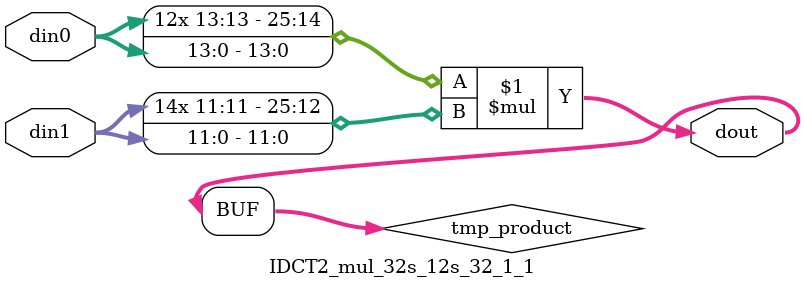
<source format=v>

`timescale 1 ns / 1 ps

 module IDCT2_mul_32s_12s_32_1_1(din0, din1, dout);
parameter ID = 1;
parameter NUM_STAGE = 0;
parameter din0_WIDTH = 14;
parameter din1_WIDTH = 12;
parameter dout_WIDTH = 26;

input [din0_WIDTH - 1 : 0] din0; 
input [din1_WIDTH - 1 : 0] din1; 
output [dout_WIDTH - 1 : 0] dout;

wire signed [dout_WIDTH - 1 : 0] tmp_product;



























assign tmp_product = $signed(din0) * $signed(din1);








assign dout = tmp_product;





















endmodule

</source>
